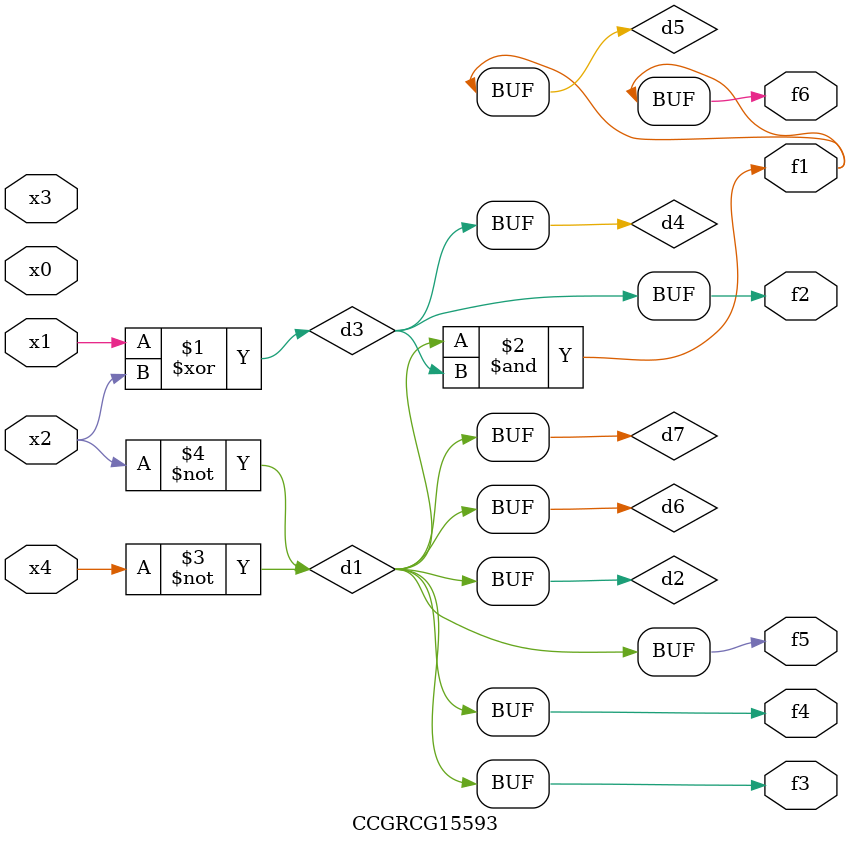
<source format=v>
module CCGRCG15593(
	input x0, x1, x2, x3, x4,
	output f1, f2, f3, f4, f5, f6
);

	wire d1, d2, d3, d4, d5, d6, d7;

	not (d1, x4);
	not (d2, x2);
	xor (d3, x1, x2);
	buf (d4, d3);
	and (d5, d1, d3);
	buf (d6, d1, d2);
	buf (d7, d2);
	assign f1 = d5;
	assign f2 = d4;
	assign f3 = d7;
	assign f4 = d7;
	assign f5 = d7;
	assign f6 = d5;
endmodule

</source>
